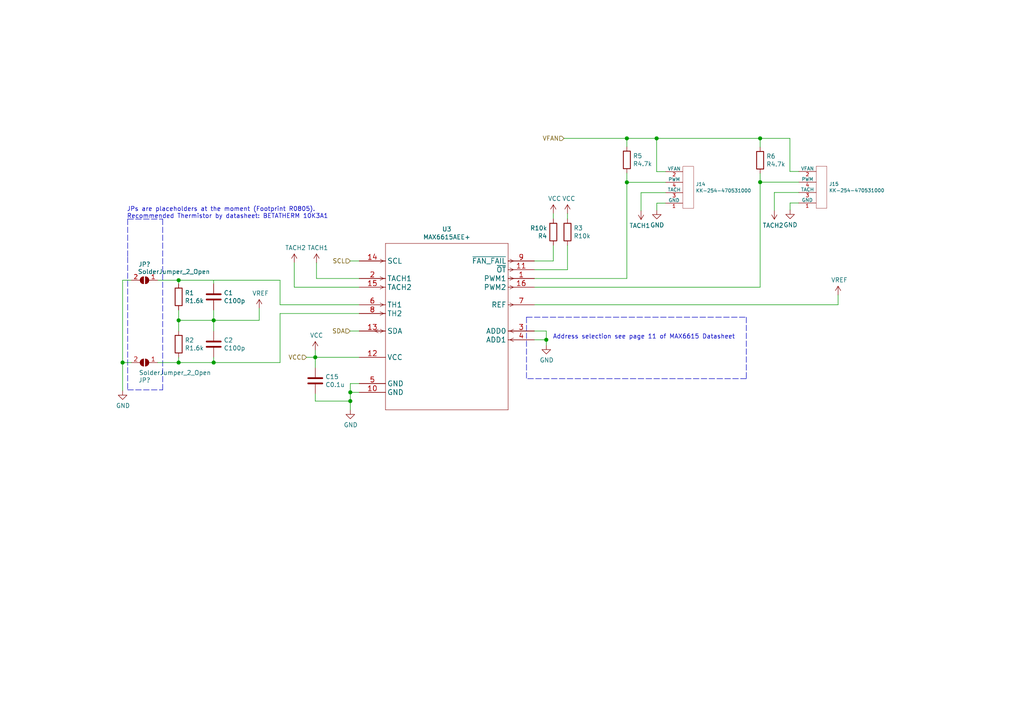
<source format=kicad_sch>
(kicad_sch (version 20201015) (generator eeschema)
  (page 1 6)
  (paper "A4")
  (lib_symbols
    (symbol "CM4_MATX:KK-254-470531000" (pin_names (offset 0))
      (property "Reference" "J" (at 4.7732 6.1364 0))
      (property "Value" "KK-254-470531000" (at 4.7732 4.1364 0))
      (symbol "KK-254-470531000_0_1"
        (rectangle (start 5.0292 2.54) (end 8.128 -9.652) (stroke (width 0.0006)))
      )
      (symbol "KK-254-470531000_0_0"
        (pin passive line (at -0.0508 -8.128 0) (length 5) (name "GND") (number "1"))
        (pin passive line (at 0 1.016 0) (length 5) (name "VFAN") (number "2"))
        (pin passive line (at 0 -5.08 0) (length 5) (name "TACH") (number "3"))
        (pin passive line (at 0 -2.0828 0) (length 5) (name "PWM") (number "4"))
      )
    )
    (symbol "CM4_MATX:MAX6615AEE+"
      (property "Reference" "U" (at 0 -24.638 0))
      (property "Value" "MAX6615AEE+" (at -0.1016 -22.1488 0))
      (symbol "MAX6615AEE+_1_1"
        (polyline (pts (xy -18.288 10.16) (xy -19.3548 10.668)) (stroke (width 0.127)))
        (polyline (pts (xy -18.288 10.16) (xy -19.3548 9.652)) (stroke (width 0.127)))
        (polyline (pts (xy -18.288 5.08) (xy -19.3548 5.588)) (stroke (width 0.127)))
        (polyline (pts (xy -18.288 5.08) (xy -19.3548 4.572)) (stroke (width 0.127)))
        (polyline (pts (xy -18.288 2.54) (xy -19.3548 3.048)) (stroke (width 0.127)))
        (polyline (pts (xy -18.288 2.54) (xy -19.3548 2.032)) (stroke (width 0.127)))
        (polyline (pts (xy -18.288 -2.54) (xy -19.3548 -2.032)) (stroke (width 0.127)))
        (polyline (pts (xy -18.288 -2.54) (xy -19.3548 -3.048)) (stroke (width 0.127)))
        (polyline (pts (xy -18.288 -5.08) (xy -19.3548 -4.572)) (stroke (width 0.127)))
        (polyline (pts (xy -18.288 -5.08) (xy -19.3548 -5.588)) (stroke (width 0.127)))
        (polyline (pts (xy -18.288 -10.16) (xy -19.3548 -9.652)) (stroke (width 0.127)))
        (polyline (pts (xy -18.288 -10.16) (xy -19.3548 -10.668)) (stroke (width 0.127)))
        (polyline (pts (xy -19.8628 -9.652) (xy -20.9042 -10.16)) (stroke (width 0.127)))
        (polyline (pts (xy -19.8628 -10.668) (xy -20.9042 -10.16)) (stroke (width 0.127)))
        (polyline (pts (xy 18.288 10.668) (xy 19.3548 10.16)) (stroke (width 0.127)))
        (polyline (pts (xy 18.288 9.652) (xy 19.3548 10.16)) (stroke (width 0.127)))
        (polyline (pts (xy 18.288 8.128) (xy 19.3548 7.62)) (stroke (width 0.127)))
        (polyline (pts (xy 18.288 7.112) (xy 19.3548 7.62)) (stroke (width 0.127)))
        (polyline (pts (xy 18.288 5.588) (xy 19.3548 5.08)) (stroke (width 0.127)))
        (polyline (pts (xy 18.288 4.572) (xy 19.3548 5.08)) (stroke (width 0.127)))
        (polyline (pts (xy 18.288 3.048) (xy 19.3548 2.54)) (stroke (width 0.127)))
        (polyline (pts (xy 18.288 2.032) (xy 19.3548 2.54)) (stroke (width 0.127)))
        (polyline (pts (xy 18.288 -2.032) (xy 19.3548 -2.54)) (stroke (width 0.127)))
        (polyline (pts (xy 18.288 -3.048) (xy 19.3548 -2.54)) (stroke (width 0.127)))
        (polyline (pts (xy 18.288 -10.16) (xy 19.3548 -9.652)) (stroke (width 0.127)))
        (polyline (pts (xy 18.288 -10.16) (xy 19.3548 -10.668)) (stroke (width 0.127)))
        (polyline (pts (xy 18.288 -12.7) (xy 19.3548 -12.192)) (stroke (width 0.127)))
        (polyline (pts (xy 18.288 -12.7) (xy 19.3548 -13.208)) (stroke (width 0.127)))
        (polyline (pts (xy -17.78 15.24) (xy -17.78 -33.02)) (stroke (width 0.127)))
        (polyline (pts (xy -17.78 -33.02) (xy 17.78 -33.02)) (stroke (width 0.127)))
        (polyline (pts (xy 17.78 -33.02) (xy 17.78 15.24)) (stroke (width 0.127)))
        (polyline (pts (xy 17.78 15.24) (xy -17.78 15.24)) (stroke (width 0.127)))
        (pin output line (at 25.4 5.08 180) (length 7.62) (name "PWM1") (number "1"))
        (pin input line (at -25.4 5.08 0) (length 7.62) (name "TACH1") (number "2"))
        (pin input line (at 25.4 -10.16 180) (length 7.62) (name "ADD0") (number "3"))
        (pin input line (at 25.4 -12.7 180) (length 7.62) (name "ADD1") (number "4"))
        (pin power_in line (at -25.4 -25.4 0) (length 7.62) (name "GND") (number "5"))
        (pin input line (at -25.4 -2.54 0) (length 7.62) (name "TH1") (number "6"))
        (pin output line (at 25.4 -2.54 180) (length 7.62) (name "REF") (number "7"))
        (pin input line (at -25.4 -5.08 0) (length 7.62) (name "TH2") (number "8"))
        (pin output line (at 25.4 10.16 180) (length 7.62) (name "~FAN_FAIL") (number "9"))
        (pin power_in line (at -25.4 -27.94 0) (length 7.62) (name "GND") (number "10"))
        (pin output line (at 25.4 7.62 180) (length 7.62) (name "~OT") (number "11"))
        (pin power_in line (at -25.4 -17.78 0) (length 7.62) (name "VCC") (number "12"))
        (pin bidirectional line (at -25.4 -10.16 0) (length 7.62) (name "SDA") (number "13"))
        (pin input line (at -25.4 10.16 0) (length 7.62) (name "SCL") (number "14"))
        (pin input line (at -25.4 2.54 0) (length 7.62) (name "TACH2") (number "15"))
        (pin output line (at 25.4 2.54 180) (length 7.62) (name "PWM2") (number "16"))
      )
    )
    (symbol "CM4_MATX:TACH1" (pin_names (offset 0))
      (property "Value" "TACH1" (at 0 3.81 0))
      (symbol "TACH1_0_1"
        (polyline (pts (xy -0.762 1.27) (xy 0 2.54)))
        (polyline (pts (xy 0 0) (xy 0 2.54)))
        (polyline (pts (xy 0 2.54) (xy 0.762 1.27)))
      )
      (symbol "TACH1_1_1"
        (pin unspecified line (at 0 0 90) (length 0) hide (name "TACH1") (number "1"))
      )
    )
    (symbol "CM4_MATX:TACH2" (pin_names (offset 0))
      (property "Value" "TACH2" (at 0 3.81 0))
      (symbol "TACH2_0_1"
        (polyline (pts (xy -0.762 1.27) (xy 0 2.54)))
        (polyline (pts (xy 0 0) (xy 0 2.54)))
        (polyline (pts (xy 0 2.54) (xy 0.762 1.27)))
      )
      (symbol "TACH2_1_1"
        (pin unspecified line (at 0 0 90) (length 0) hide (name "TACH2") (number "1"))
      )
    )
    (symbol "CM4_MATX:VREF" (power) (pin_names (offset 0))
      (property "Value" "VREF" (at 0 3.81 0))
      (symbol "VREF_0_1"
        (polyline (pts (xy -0.762 1.27) (xy 0 2.54)))
        (polyline (pts (xy 0 0) (xy 0 2.54)))
        (polyline (pts (xy 0 2.54) (xy 0.762 1.27)))
      )
      (symbol "VREF_1_1"
        (pin power_in line (at 0 0 90) (length 0) hide (name "VREF") (number "1"))
      )
    )
    (symbol "Device:C" (pin_numbers hide) (pin_names (offset 0.254))
      (property "Reference" "C" (at 0.635 2.54 0))
      (property "Value" "C" (at 0.635 -2.54 0))
      (symbol "C_0_1"
        (polyline (pts (xy -2.032 -0.762) (xy 2.032 -0.762)) (stroke (width 0.508)))
        (polyline (pts (xy -2.032 0.762) (xy 2.032 0.762)) (stroke (width 0.508)))
      )
      (symbol "C_1_1"
        (pin passive line (at 0 3.81 270) (length 2.794) (name "~") (number "1"))
        (pin passive line (at 0 -3.81 90) (length 2.794) (name "~") (number "2"))
      )
    )
    (symbol "Device:R" (pin_numbers hide) (pin_names (offset 0))
      (property "Reference" "R" (at 2.032 0 90))
      (property "Value" "R" (at 0 0 90))
      (symbol "R_0_1"
        (rectangle (start -1.016 -2.54) (end 1.016 2.54) (stroke (width 0.254)))
      )
      (symbol "R_1_1"
        (pin passive line (at 0 3.81 270) (length 1.27) (name "~") (number "1"))
        (pin passive line (at 0 -3.81 90) (length 1.27) (name "~") (number "2"))
      )
    )
    (symbol "Jumper:SolderJumper_2_Open" (pin_names (offset 0) hide)
      (property "Reference" "JP" (at 0 2.032 0))
      (property "Value" "SolderJumper_2_Open" (at 0 -2.54 0))
      (symbol "SolderJumper_2_Open_0_1"
        (arc (start -0.254 1.016) (end -0.254 -1.016) (radius (at -0.254 0) (length 1.016) (angles 90.1 -90.1)))
        (arc (start -0.254 1.016) (end -0.254 -1.016) (radius (at -0.254 0) (length 1.016) (angles 90.1 -90.1)) (fill (type outline)))
        (arc (start 0.254 -1.016) (end 0.254 1.016) (radius (at 0.254 0) (length 1.016) (angles -89.9 89.9)))
        (arc (start 0.254 -1.016) (end 0.254 1.016) (radius (at 0.254 0) (length 1.016) (angles -89.9 89.9)) (fill (type outline)))
        (polyline (pts (xy -0.254 1.016) (xy -0.254 -1.016)))
        (polyline (pts (xy 0.254 1.016) (xy 0.254 -1.016)))
      )
      (symbol "SolderJumper_2_Open_1_1"
        (pin passive line (at -3.81 0 0) (length 2.54) (name "A") (number "1"))
        (pin passive line (at 3.81 0 180) (length 2.54) (name "B") (number "2"))
      )
    )
    (symbol "power:GND" (power) (pin_names (offset 0))
      (property "Value" "GND" (at 0 -3.81 0))
      (symbol "GND_0_1"
        (polyline (pts (xy 0 0) (xy 0 -1.27) (xy 1.27 -1.27) (xy 0 -2.54) (xy -1.27 -1.27) (xy 0 -1.27)))
      )
      (symbol "GND_1_1"
        (pin power_in line (at 0 0 270) (length 0) hide (name "GND") (number "1"))
      )
    )
    (symbol "power:VCC" (power) (pin_names (offset 0))
      (property "Value" "VCC" (at 0 3.81 0))
      (symbol "VCC_0_1"
        (polyline (pts (xy -0.762 1.27) (xy 0 2.54)))
        (polyline (pts (xy 0 0) (xy 0 2.54)))
        (polyline (pts (xy 0 2.54) (xy 0.762 1.27)))
      )
      (symbol "VCC_1_1"
        (pin power_in line (at 0 0 90) (length 0) hide (name "VCC") (number "1"))
      )
    )
  )
  (junction (at 35.56 105.156) (diameter 1.016))
  (junction (at 51.816 81.28) (diameter 1.016))
  (junction (at 51.816 92.9132) (diameter 1.016))
  (junction (at 51.816 105.156) (diameter 1.016))
  (junction (at 61.976 92.9132) (diameter 1.016))
  (junction (at 61.976 105.156) (diameter 1.016))
  (junction (at 91.44 103.632) (diameter 1.016))
  (junction (at 101.6 113.792) (diameter 1.016))
  (junction (at 101.6 116.332) (diameter 1.016))
  (junction (at 158.4452 98.552) (diameter 1.016))
  (junction (at 181.8132 40.132) (diameter 1.016))
  (junction (at 181.8132 52.8828) (diameter 1.016))
  (junction (at 190.4492 40.132) (diameter 1.016))
  (junction (at 220.472 40.132) (diameter 1.016))
  (junction (at 220.472 52.832) (diameter 1.016))
  (wire (pts (xy 35.56 81.28) (xy 35.56 105.156)))
  (wire (pts (xy 35.56 105.156) (xy 35.56 113.3348)))
  (wire (pts (xy 35.56 105.156) (xy 38.1 105.156)))
  (wire (pts (xy 38.1 81.28) (xy 35.56 81.28)))
  (wire (pts (xy 45.72 81.28) (xy 51.816 81.28)))
  (wire (pts (xy 45.72 105.156) (xy 51.816 105.156)))
  (wire (pts (xy 51.816 81.28) (xy 61.976 81.28)))
  (wire (pts (xy 51.816 82.296) (xy 51.816 81.28)))
  (wire (pts (xy 51.816 89.916) (xy 51.816 92.9132)))
  (wire (pts (xy 51.816 92.9132) (xy 51.816 96.012)))
  (wire (pts (xy 51.816 92.9132) (xy 61.976 92.9132)))
  (wire (pts (xy 51.816 103.632) (xy 51.816 105.156)))
  (wire (pts (xy 51.816 105.156) (xy 61.976 105.156)))
  (wire (pts (xy 61.976 81.28) (xy 61.976 82.296)))
  (wire (pts (xy 61.976 89.916) (xy 61.976 92.9132)))
  (wire (pts (xy 61.976 92.9132) (xy 61.976 96.012)))
  (wire (pts (xy 61.976 105.156) (xy 61.976 103.632)))
  (wire (pts (xy 61.976 105.156) (xy 81.2292 105.156)))
  (wire (pts (xy 62.0268 81.28) (xy 81.2292 81.28)))
  (wire (pts (xy 75.184 89.408) (xy 75.184 92.9132)))
  (wire (pts (xy 75.184 92.9132) (xy 61.976 92.9132)))
  (wire (pts (xy 81.2292 81.28) (xy 81.2292 88.392)))
  (wire (pts (xy 81.2292 88.392) (xy 104.1908 88.392)))
  (wire (pts (xy 81.2292 90.932) (xy 104.1908 90.932)))
  (wire (pts (xy 81.2292 105.156) (xy 81.2292 90.932)))
  (wire (pts (xy 85.344 76.2) (xy 85.344 83.312)))
  (wire (pts (xy 88.9 103.632) (xy 91.44 103.632)))
  (wire (pts (xy 91.44 101.6) (xy 91.44 103.632)))
  (wire (pts (xy 91.44 103.632) (xy 91.44 106.6292)))
  (wire (pts (xy 91.44 114.2492) (xy 91.44 116.332)))
  (wire (pts (xy 91.44 116.332) (xy 101.6 116.332)))
  (wire (pts (xy 91.7956 76.2) (xy 91.7956 80.772)))
  (wire (pts (xy 101.5492 96.012) (xy 104.1908 96.012)))
  (wire (pts (xy 101.6 75.692) (xy 104.1908 75.692)))
  (wire (pts (xy 101.6 111.252) (xy 101.6 113.792)))
  (wire (pts (xy 101.6 111.252) (xy 104.1908 111.252)))
  (wire (pts (xy 101.6 113.792) (xy 101.6 116.332)))
  (wire (pts (xy 101.6 113.792) (xy 104.1908 113.792)))
  (wire (pts (xy 101.6 116.332) (xy 101.6 118.9228)))
  (wire (pts (xy 104.1908 80.772) (xy 91.7956 80.772)))
  (wire (pts (xy 104.1908 83.312) (xy 85.344 83.312)))
  (wire (pts (xy 104.1908 103.632) (xy 91.44 103.632)))
  (wire (pts (xy 154.9908 78.232) (xy 164.592 78.232)))
  (wire (pts (xy 154.9908 80.772) (xy 181.8132 80.772)))
  (wire (pts (xy 154.9908 83.312) (xy 220.472 83.312)))
  (wire (pts (xy 154.9908 88.392) (xy 243.078 88.392)))
  (wire (pts (xy 154.9908 96.012) (xy 158.4452 96.012)))
  (wire (pts (xy 154.9908 98.552) (xy 158.4452 98.552)))
  (wire (pts (xy 158.4452 96.012) (xy 158.4452 98.552)))
  (wire (pts (xy 158.4452 98.552) (xy 158.4452 100.1268)))
  (wire (pts (xy 160.4772 61.9252) (xy 160.4772 63.5)))
  (wire (pts (xy 160.4772 71.12) (xy 160.4772 75.692)))
  (wire (pts (xy 160.4772 75.692) (xy 154.9908 75.692)))
  (wire (pts (xy 163.576 40.132) (xy 181.8132 40.132)))
  (wire (pts (xy 164.592 61.9252) (xy 164.592 63.5)))
  (wire (pts (xy 164.592 78.232) (xy 164.592 71.12)))
  (wire (pts (xy 181.8132 40.132) (xy 181.8132 42.5704)))
  (wire (pts (xy 181.8132 40.132) (xy 190.4492 40.132)))
  (wire (pts (xy 181.8132 50.1904) (xy 181.8132 52.8828)))
  (wire (pts (xy 181.8132 52.8828) (xy 181.8132 80.772)))
  (wire (pts (xy 181.8132 52.8828) (xy 193.04 52.8828)))
  (wire (pts (xy 185.928 55.88) (xy 185.928 61.1124)))
  (wire (pts (xy 190.4492 40.132) (xy 190.4492 49.784)))
  (wire (pts (xy 190.4492 40.132) (xy 220.472 40.132)))
  (wire (pts (xy 190.5 58.928) (xy 190.5 60.96)))
  (wire (pts (xy 192.9892 58.928) (xy 190.5 58.928)))
  (wire (pts (xy 193.04 49.784) (xy 190.4492 49.784)))
  (wire (pts (xy 193.04 55.88) (xy 185.928 55.88)))
  (wire (pts (xy 220.472 40.132) (xy 220.472 42.672)))
  (wire (pts (xy 220.472 40.132) (xy 229.108 40.132)))
  (wire (pts (xy 220.472 50.292) (xy 220.472 52.832)))
  (wire (pts (xy 220.472 52.832) (xy 231.6988 52.832)))
  (wire (pts (xy 220.472 83.312) (xy 220.472 52.832)))
  (wire (pts (xy 224.5868 55.8292) (xy 224.5868 61.0616)))
  (wire (pts (xy 229.108 49.7332) (xy 229.108 40.132)))
  (wire (pts (xy 229.1588 58.8772) (xy 229.1588 60.9092)))
  (wire (pts (xy 231.648 58.8772) (xy 229.1588 58.8772)))
  (wire (pts (xy 231.6988 49.7332) (xy 229.108 49.7332)))
  (wire (pts (xy 231.6988 55.8292) (xy 224.5868 55.8292)))
  (wire (pts (xy 243.078 85.5472) (xy 243.078 88.392)))
  (polyline (pts (xy 37.0332 63.5508) (xy 37.0332 74.5744)) (stroke (width 0) (type dash)))
  (polyline (pts (xy 37.0332 63.5508) (xy 47.1932 63.5508)) (stroke (width 0) (type dash)))
  (polyline (pts (xy 37.0332 74.5744) (xy 37.0332 113.0808)) (stroke (width 0) (type dash)))
  (polyline (pts (xy 37.0332 113.0808) (xy 47.1932 113.0808)) (stroke (width 0) (type dash)))
  (polyline (pts (xy 47.1932 63.5508) (xy 47.1932 74.6252)) (stroke (width 0) (type dash)))
  (polyline (pts (xy 47.1932 113.0808) (xy 47.1932 74.5744)) (stroke (width 0.152) (type dash)))
  (polyline (pts (xy 152.7048 91.9988) (xy 152.7048 109.8296)) (stroke (width 0) (type dash)))
  (polyline (pts (xy 152.7048 91.9988) (xy 216.4588 91.9988)) (stroke (width 0) (type dash)))
  (polyline (pts (xy 216.4588 91.9988) (xy 216.4588 109.8296)) (stroke (width 0) (type dash)))
  (polyline (pts (xy 216.4588 109.8296) (xy 152.7048 109.8296)) (stroke (width 0) (type dash)))
  (text "JPs are placeholders at the moment (Footprint R0805).\nRecommended Thermistor by datasheet: BETATHERM 10K3A1" (at 36.7792 63.5508 0) (effects (font (size 1.27 1.27)) (justify left bottom)))
  (text "Address selection see page 11 of MAX6615 Datasheet" (at 213.2076 98.5012 0) (effects (font (size 1.27 1.27)) (justify right bottom)))
  (hierarchical_label "VCC" (shape input) (at 88.9 103.632 180))
  (hierarchical_label "SDA" (shape input) (at 101.5492 96.012 180))
  (hierarchical_label "SCL" (shape input) (at 101.6 75.692 180))
  (hierarchical_label "VFAN" (shape input) (at 163.576 40.132 180))
  (symbol (lib_id "CM4_MATX:VREF") (at 75.184 89.408 0) (unit 1)
    (property "Reference" "#VREF0101" (effects hide))
    (property "Value" "VREF" (at 75.5523 85.0836 0))
  )
  (symbol (lib_id "CM4_MATX:TACH2") (at 85.344 76.2 0) (unit 1)
    (property "Reference" "#TACH21" (effects hide))
    (property "Value" "TACH2" (at 85.7123 71.8756 0))
  )
  (symbol (lib_id "power:VCC") (at 91.44 101.6 0) (unit 1)
    (property "Reference" "#PWR0135" (effects hide))
    (property "Value" "VCC" (at 91.8083 97.2756 0))
  )
  (symbol (lib_id "CM4_MATX:TACH1") (at 91.7956 76.2 0) (unit 1)
    (property "Reference" "#TACH11" (effects hide))
    (property "Value" "TACH1" (at 92.1639 71.8756 0))
  )
  (symbol (lib_id "power:VCC") (at 160.4772 61.9252 0) (unit 1)
    (property "Reference" "#PWR0138" (effects hide))
    (property "Value" "VCC" (at 160.8455 57.6008 0))
  )
  (symbol (lib_id "power:VCC") (at 164.592 61.9252 0) (unit 1)
    (property "Reference" "#PWR0137" (effects hide))
    (property "Value" "VCC" (at 164.9603 57.6008 0))
  )
  (symbol (lib_id "CM4_MATX:TACH1") (at 185.928 61.1124 180) (unit 1)
    (property "Reference" "#TACH12" (effects hide))
    (property "Value" "TACH1" (at 185.5597 65.4368 0))
  )
  (symbol (lib_id "CM4_MATX:TACH2") (at 224.5868 61.0616 180) (unit 1)
    (property "Reference" "#TACH22" (effects hide))
    (property "Value" "TACH2" (at 224.2185 65.386 0))
  )
  (symbol (lib_id "CM4_MATX:VREF") (at 243.078 85.5472 0) (unit 1)
    (property "Reference" "#VREF0102" (effects hide))
    (property "Value" "VREF" (at 243.4463 81.2228 0))
  )
  (symbol (lib_id "power:GND") (at 35.56 113.3348 0) (unit 1)
    (property "Reference" "#PWR0133" (effects hide))
    (property "Value" "GND" (at 35.6743 117.6592 0))
  )
  (symbol (lib_id "power:GND") (at 101.6 118.9228 0) (unit 1)
    (property "Reference" "#PWR0134" (effects hide))
    (property "Value" "GND" (at 101.7143 123.2472 0))
  )
  (symbol (lib_id "power:GND") (at 158.4452 100.1268 0) (unit 1)
    (property "Reference" "#PWR0136" (effects hide))
    (property "Value" "GND" (at 158.5595 104.4512 0))
  )
  (symbol (lib_id "power:GND") (at 190.5 60.96 0) (unit 1)
    (property "Reference" "#PWR0139" (effects hide))
    (property "Value" "GND" (at 190.6143 65.2844 0))
  )
  (symbol (lib_id "power:GND") (at 229.1588 60.9092 0) (unit 1)
    (property "Reference" "#PWR0140" (effects hide))
    (property "Value" "GND" (at 229.2731 65.2336 0))
  )
  (symbol (lib_id "Device:R") (at 51.816 86.106 0) (unit 1)
    (property "Reference" "R1" (at 53.594 84.957 0) (effects (justify left)))
    (property "Value" "R1.6k" (at 53.5941 87.2553 0) (effects (justify left)))
    (property "Footprint" "CM4_MATX:R_0805_2012Metric" (effects hide))
  )
  (symbol (lib_id "Device:R") (at 51.816 99.822 0) (unit 1)
    (property "Reference" "R2" (at 53.594 98.673 0) (effects (justify left)))
    (property "Value" "R1.6k" (at 53.5941 100.9713 0) (effects (justify left)))
    (property "Footprint" "CM4_MATX:R_0805_2012Metric" (effects hide))
  )
  (symbol (lib_id "Device:R") (at 160.4772 67.31 180) (unit 1)
    (property "Reference" "R4" (at 158.6994 68.459 0) (effects (justify left)))
    (property "Value" "R10k" (at 158.6991 66.1607 0) (effects (justify left)))
    (property "Footprint" "CM4_MATX:R_0805_2012Metric" (effects hide))
  )
  (symbol (lib_id "Device:R") (at 164.592 67.31 0) (unit 1)
    (property "Reference" "R3" (at 166.37 66.161 0) (effects (justify left)))
    (property "Value" "R10k" (at 166.3701 68.4593 0) (effects (justify left)))
    (property "Footprint" "CM4_MATX:R_0805_2012Metric" (effects hide))
  )
  (symbol (lib_id "Device:R") (at 181.8132 46.3804 0) (unit 1)
    (property "Reference" "R5" (at 183.591 45.2308 0) (effects (justify left)))
    (property "Value" "R4.7k" (at 183.5913 47.5297 0) (effects (justify left)))
    (property "Footprint" "CM4_MATX:R_0805_2012Metric" (effects hide))
  )
  (symbol (lib_id "Device:R") (at 220.472 46.482 0) (unit 1)
    (property "Reference" "R6" (at 222.25 45.333 0) (effects (justify left)))
    (property "Value" "R4.7k" (at 222.2501 47.6313 0) (effects (justify left)))
    (property "Footprint" "CM4_MATX:R_0805_2012Metric" (effects hide))
  )
  (symbol (lib_id "Jumper:SolderJumper_2_Open") (at 41.91 81.28 180) (unit 1)
    (property "Reference" "JP?" (at 41.9104 76.6764 0))
    (property "Value" "SolderJumper_2_Open" (at 50.4444 78.7973 0))
    (property "Footprint" "CM4_MATX:R_0805_2012Metric" (effects hide))
  )
  (symbol (lib_id "Jumper:SolderJumper_2_Open") (at 41.91 105.156 180) (unit 1)
    (property "Reference" "JP?" (at 41.9096 110.2554 0))
    (property "Value" "SolderJumper_2_Open" (at 50.7492 108.1089 0))
    (property "Footprint" "CM4_MATX:R_0805_2012Metric" (effects hide))
  )
  (symbol (lib_id "Device:C") (at 61.976 86.106 0) (unit 1)
    (property "Reference" "C1" (at 64.897 84.957 0) (effects (justify left)))
    (property "Value" "C100p" (at 64.8971 87.2553 0) (effects (justify left)))
    (property "Footprint" "CM4_MATX:C_0805_2012Metric" (effects hide))
  )
  (symbol (lib_id "Device:C") (at 61.976 99.822 0) (unit 1)
    (property "Reference" "C2" (at 64.897 98.673 0) (effects (justify left)))
    (property "Value" "C100p" (at 64.8971 100.9713 0) (effects (justify left)))
    (property "Footprint" "CM4_MATX:C_0805_2012Metric" (effects hide))
  )
  (symbol (lib_id "Device:C") (at 91.44 110.4392 0) (unit 1)
    (property "Reference" "C15" (at 94.361 109.2894 0) (effects (justify left)))
    (property "Value" "C0.1u" (at 94.361 111.5884 0) (effects (justify left)))
    (property "Footprint" "CM4_MATX:C_0805_2012Metric" (effects hide))
  )
  (symbol (lib_id "CM4_MATX:KK-254-470531000") (at 193.04 50.8 0) (unit 1)
    (property "Reference" "J14" (at 201.803 53.424 0) (effects (font (size 1 1)) (justify left)))
    (property "Value" "KK-254-470531000" (at 201.8033 55.288 0) (effects (font (size 1 1)) (justify left)))
    (property "Footprint" "CM4_MATX:Molex_KK-254_AE-6410-04A_1x04_P2.54mm_Vertical" (effects hide))
    (property "Datasheet" "https://www.molex.com/pdm_docs/sd/470531000_sd.pdf, https://www.molex.com/webdocs/datasheets/pdf/en-us/0470531000_PCB_HEADERS.pdf, https://www.molex.com/pdm_docs/ps/PS-47053-001-001.pdf" (effects hide))
    (property "Description" "KK 254 Vertical Header, with Friction Lock, 4 Circuits, PC Tail Length 3.50mm" (effects hide))
    (property "Mouser Part Number" "538-47053-1000" (effects hide))
    (property "Manufacturer_Name" "Molex" (effects hide))
    (property "Manufacturer_Part_Number" "470531000" (effects hide))
  )
  (symbol (lib_id "CM4_MATX:KK-254-470531000") (at 231.6988 50.7492 0) (unit 1)
    (property "Reference" "J15" (at 240.462 53.3734 0) (effects (font (size 1 1)) (justify left)))
    (property "Value" "KK-254-470531000" (at 240.4621 55.2372 0) (effects (font (size 1 1)) (justify left)))
    (property "Footprint" "CM4_MATX:Molex_KK-254_AE-6410-04A_1x04_P2.54mm_Vertical" (effects hide))
    (property "Datasheet" "https://www.molex.com/pdm_docs/sd/470531000_sd.pdf, https://www.molex.com/webdocs/datasheets/pdf/en-us/0470531000_PCB_HEADERS.pdf, https://www.molex.com/pdm_docs/ps/PS-47053-001-001.pdf" (effects hide))
    (property "Description" "KK 254 Vertical Header, with Friction Lock, 4 Circuits, PC Tail Length 3.50mm" (effects hide))
    (property "Mouser Part Number" "538-47053-1000" (effects hide))
    (property "Manufacturer_Name" "Molex" (effects hide))
    (property "Manufacturer_Part_Number" "470531000" (effects hide))
  )
  (symbol (lib_id "CM4_MATX:MAX6615AEE+") (at 129.5908 85.852 0) (unit 1)
    (property "Reference" "U3" (at 129.591 66.465 0))
    (property "Value" "MAX6615AEE+" (at 129.5908 68.764 0))
    (property "Footprint" "CM4_MATX:MAX6615AEE&plus_" (effects hide))
  )
)
</source>
